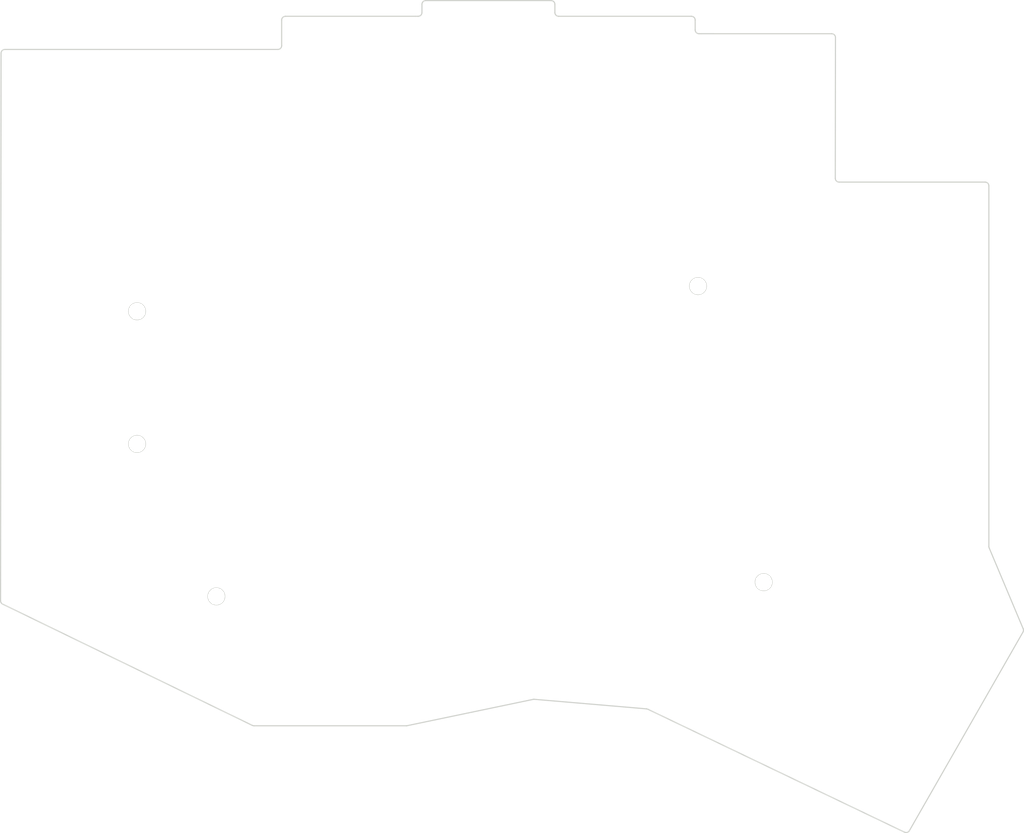
<source format=kicad_pcb>
(kicad_pcb (version 20240108) (generator "ergogen") (generator_version "4.1.0")
  (title_block (title "backplate") (date "2025-02-07") (rev "0.1") (company "fcoury (adapted from corney-island)"))
  (layers (0 "F.Cu" signal) (31 "B.Cu" signal) (34 "B.Paste" user) (35 "F.Paste" user) (36 "B.SilkS" user "B.Silkscreen") (37 "F.SilkS" user "F.Silkscreen") (38 "B.Mask" user) (39 "F.Mask" user) (44 "Edge.Cuts" user))
  (net 0 "")
  (footprint "ceoloide:mounting_hole_npth" (layer "F.Cu") (at 109.25 73.75 0)
    (property "Reference" "MH1" hide)
    (pad "" np_thru_hole circle (at 0 0 0) (size 2.2 2.2) (drill 2.2) (layers "*.Cu" "*.Mask"))
  )
  (footprint "ceoloide:mounting_hole_npth" (layer "F.Cu") (at 109.25 91.25 0)
    (property "Reference" "MH2" hide)
    (pad "" np_thru_hole circle (at 0 0 0) (size 2.2 2.2) (drill 2.2) (layers "*.Cu" "*.Mask"))
  )
  (footprint "ceoloide:mounting_hole_npth" (layer "F.Cu") (at 183.218 70.4235 0)
    (property "Reference" "MH3" hide)
    (pad "" np_thru_hole circle (at 0 0 0) (size 2.2 2.2) (drill 2.2) (layers "*.Cu" "*.Mask"))
  )
  (footprint "ceoloide:mounting_hole_npth" (layer "F.Cu") (at 119.70700000000001 111.365 0)
    (property "Reference" "MH4" hide)
    (pad "" np_thru_hole circle (at 0 0 0) (size 2.2 2.2) (drill 2.2) (layers "*.Cu" "*.Mask"))
  )
  (footprint "ceoloide:mounting_hole_npth" (layer "F.Cu") (at 191.871694 109.48666770000001 -15)
    (property "Reference" "MH5" hide)
    (pad "" np_thru_hole circle (at 0 0 -15) (size 2.2 2.2) (drill 2.2) (layers "*.Cu" "*.Mask"))
  )
  (gr_line (start 91.2502786953727 111.93679999635788) (end 91.31455549192064 39.702041598866344) (layer Edge.Cuts) (stroke (width 0.15)))
  (gr_line (start 91.81454179192065 39.202486498870485) (end 127.8150135 39.20151351314865) (layer Edge.Cuts) (stroke (width 0.15)))
  (gr_line (start 128.315 38.701513513148655) (end 128.315 35.3275) (layer Edge.Cuts) (stroke (width 0.15)))
  (gr_line (start 128.815 34.8275) (end 146.315 34.8275) (layer Edge.Cuts) (stroke (width 0.15)))
  (gr_line (start 146.815 34.3275) (end 146.815 33.2525) (layer Edge.Cuts) (stroke (width 0.15)))
  (gr_line (start 147.315 32.7525) (end 163.843 32.7525) (layer Edge.Cuts) (stroke (width 0.15)))
  (gr_line (start 164.343 33.2525) (end 164.343 34.3275) (layer Edge.Cuts) (stroke (width 0.15)))
  (gr_line (start 164.843 34.8275) (end 182.343 34.8275) (layer Edge.Cuts) (stroke (width 0.15)))
  (gr_line (start 182.843 35.3275) (end 182.843 36.62312159204324) (layer Edge.Cuts) (stroke (width 0.15)))
  (gr_line (start 183.34287840000002 37.12312159204324) (end 200.8424827703032 37.12737825256575) (layer Edge.Cuts) (stroke (width 0.15)))
  (gr_line (start 201.34236077036712 37.628016802540515) (end 201.31863938512134 56.201861450012075) (layer Edge.Cuts) (stroke (width 0.15)))
  (gr_line (start 221.6070711821377 104.9663415844974) (end 226.0923281969262 115.6359149762103) (layer Edge.Cuts) (stroke (width 0.15)))
  (gr_line (start 226.0654764006069 116.07782689603465) (end 211.09156059668345 142.27125340028437) (layer Edge.Cuts) (stroke (width 0.15)))
  (gr_line (start 210.44136417514045 142.47398553796899) (end 176.60167485384602 126.25365946744344) (layer Edge.Cuts) (stroke (width 0.15)))
  (gr_line (start 176.4280428580794 126.20634746780448) (end 161.62301991140092 124.94372737349019) (layer Edge.Cuts) (stroke (width 0.15)))
  (gr_line (start 161.4782637171782 124.95248967103738) (end 144.8505883399894 128.42692930209176) (layer Edge.Cuts) (stroke (width 0.15)))
  (gr_line (start 144.74831955000005 128.4375) (end 124.6650889942857 128.4375) (layer Edge.Cuts) (stroke (width 0.15)))
  (gr_line (start 124.44649265438869 128.38718392921672) (end 91.53168215547566 112.38692882557845) (layer Edge.Cuts) (stroke (width 0.15)))
  (gr_line (start 201.81863898518517 56.7025) (end 221.068 56.7025) (layer Edge.Cuts) (stroke (width 0.15)))
  (gr_line (start 221.568 57.2025) (end 221.568 104.77257712698844) (layer Edge.Cuts) (stroke (width 0.15)))
  (gr_arc (start 91.81454179192065 39.202486498863436) (mid 91.46115449192064 39.348780598863435) (end 91.31455549192064 39.70204159886344) (layer Edge.Cuts) (stroke (width 0.15)))
  (gr_arc (start 127.81501349999999 39.201513513148655) (mid 128.1685582 39.05506211314866) (end 128.315 38.701513513148655) (layer Edge.Cuts) (stroke (width 0.15)))
  (gr_arc (start 128.815 34.8275) (mid 128.4614466 34.9739466) (end 128.315 35.3275) (layer Edge.Cuts) (stroke (width 0.15)))
  (gr_arc (start 146.315 34.8275) (mid 146.6685534 34.6810534) (end 146.815 34.3275) (layer Edge.Cuts) (stroke (width 0.15)))
  (gr_arc (start 147.315 32.7525) (mid 146.9614466 32.898946599999995) (end 146.815 33.2525) (layer Edge.Cuts) (stroke (width 0.15)))
  (gr_arc (start 164.343 33.2525) (mid 164.1965534 32.898946599999995) (end 163.843 32.7525) (layer Edge.Cuts) (stroke (width 0.15)))
  (gr_arc (start 164.343 34.3275) (mid 164.48944659999998 34.6810534) (end 164.843 34.8275) (layer Edge.Cuts) (stroke (width 0.15)))
  (gr_arc (start 182.843 35.3275) (mid 182.6965534 34.9739466) (end 182.343 34.8275) (layer Edge.Cuts) (stroke (width 0.15)))
  (gr_arc (start 182.843 36.62312159204324) (mid 182.9894036 36.97663199204324) (end 183.3428784 37.12312159204324) (layer Edge.Cuts) (stroke (width 0.15)))
  (gr_arc (start 201.3423607703032 37.62801675256575) (mid 201.19618317030321 37.274093652565746) (end 200.8424827703032 37.12737825256575) (layer Edge.Cuts) (stroke (width 0.15)))
  (gr_arc (start 201.31863938518518 56.20186150001397) (mid 201.46485988518518 56.55582760001397) (end 201.81863908518517 56.70250000001397) (layer Edge.Cuts) (stroke (width 0.15)))
  (gr_arc (start 221.568 57.2025) (mid 221.42155340000002 56.8489466) (end 221.068 56.7025) (layer Edge.Cuts) (stroke (width 0.15)))
  (gr_arc (start 221.568 104.77257712698844) (mid 221.57786510000003 104.87140932698844) (end 221.6070712 104.96634152698844) (layer Edge.Cuts) (stroke (width 0.15)))
  (gr_arc (start 226.0654763790639 116.07782693371927) (mid 226.1304788790639 115.86000493371927) (end 226.0923281790639 115.63591503371926) (layer Edge.Cuts) (stroke (width 0.15)))
  (gr_arc (start 210.44136417514042 142.47398553796899) (mid 210.80631727514043 142.50044073796897) (end 211.09156057514042 142.27125343796897) (layer Edge.Cuts) (stroke (width 0.15)))
  (gr_arc (start 176.60167485384602 126.25365946744346) (mid 176.51700495384603 126.22212736744345) (end 176.42804285384602 126.20634746744345) (layer Edge.Cuts) (stroke (width 0.15)))
  (gr_arc (start 161.62301990716756 124.94372737312915) (mid 161.55032240716756 124.94283237312915) (end 161.47826370716757 124.95248957312914) (layer Edge.Cuts) (stroke (width 0.15)))
  (gr_arc (start 144.74831955000005 128.4375) (mid 144.79972635000004 128.4348503) (end 144.85058835000004 128.4269294) (layer Edge.Cuts) (stroke (width 0.15)))
  (gr_arc (start 124.4464926942857 128.3871839) (mid 124.5529327942857 128.4247586) (end 124.6650889942857 128.4375) (layer Edge.Cuts) (stroke (width 0.15)))
  (gr_arc (start 91.25027869537269 111.93679999636173) (mid 91.32631019537268 112.20229379636173) (end 91.53168219537268 112.38692879636173) (layer Edge.Cuts) (stroke (width 0.15)))
  (gr_circle (center 109.25 73.75) (end 110.35 73.75) (layer Edge.Cuts) (stroke (width 0.15)) (fill none))
  (gr_circle (center 109.25 91.25) (end 110.35 91.25) (layer Edge.Cuts) (stroke (width 0.15)) (fill none))
  (gr_circle (center 183.218 70.4235) (end 184.31799999999998 70.4235) (layer Edge.Cuts) (stroke (width 0.15)) (fill none))
  (gr_circle (center 119.70700000000001 111.365) (end 120.807 111.365) (layer Edge.Cuts) (stroke (width 0.15)) (fill none))
  (gr_circle (center 191.871694 109.48666770000001) (end 192.97169399999999 109.48666770000001) (layer Edge.Cuts) (stroke (width 0.15)) (fill none))
)
</source>
